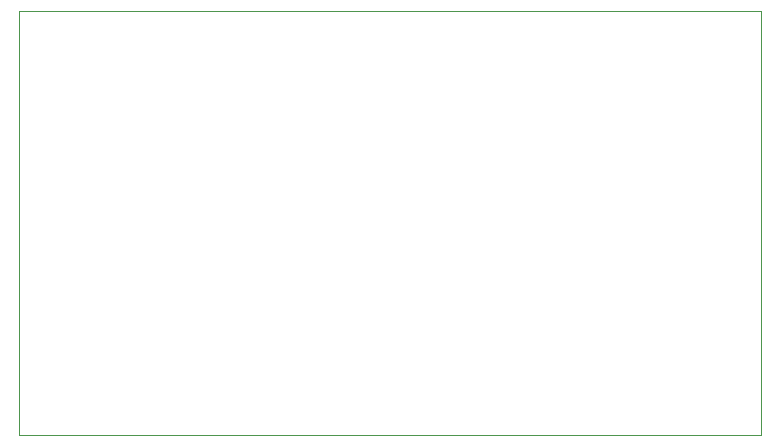
<source format=gm1>
%TF.GenerationSoftware,KiCad,Pcbnew,(5.1.8)-1*%
%TF.CreationDate,2021-02-22T22:06:48-05:00*%
%TF.ProjectId,TTS,5454532e-6b69-4636-9164-5f7063625858,rev?*%
%TF.SameCoordinates,Original*%
%TF.FileFunction,Profile,NP*%
%FSLAX46Y46*%
G04 Gerber Fmt 4.6, Leading zero omitted, Abs format (unit mm)*
G04 Created by KiCad (PCBNEW (5.1.8)-1) date 2021-02-22 22:06:48*
%MOMM*%
%LPD*%
G01*
G04 APERTURE LIST*
%TA.AperFunction,Profile*%
%ADD10C,0.050000*%
%TD*%
G04 APERTURE END LIST*
D10*
X27762200Y-31445200D02*
X27762200Y-67386200D01*
X27762200Y-67386200D02*
X90622400Y-67383600D01*
X90622400Y-31445200D02*
X27762200Y-31445200D01*
X90622400Y-31445200D02*
X90622400Y-67383600D01*
M02*

</source>
